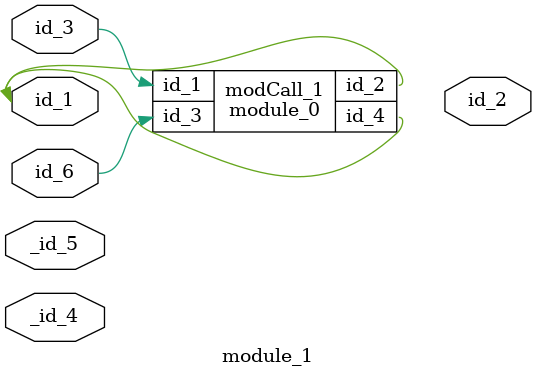
<source format=v>
module module_0 (
    id_1,
    id_2,
    id_3,
    id_4
);
  inout wire id_4;
  input wire id_3;
  output wire id_2;
  input wire id_1;
  wire id_5;
endmodule
module module_1 #(
    parameter id_4 = 32'd3,
    parameter id_5 = 32'd37
) (
    id_1,
    id_2,
    id_3,
    _id_4,
    _id_5,
    id_6
);
  input wire id_6;
  input wire _id_5;
  input wire _id_4;
  input wire id_3;
  output wire id_2;
  module_0 modCall_1 (
      id_3,
      id_1,
      id_6,
      id_1
  );
  inout wire id_1;
  wire id_7[id_4 : id_5];
endmodule

</source>
